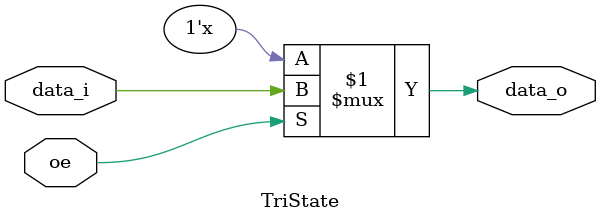
<source format=v>
/*=========================================================
The code in this module is from https://www.intel.com/conten
t/www/us/en/programmable/support/support-resources/design-ex
amples/design-software/verilog/ver_tristate.html
===========================================================*/

module TriState (data_i, oe, data_o);

    input   data_i, oe;
    output  data_o;
    tri     data_o;

    bufif1  b1(data_o, data_i, oe);

endmodule
</source>
